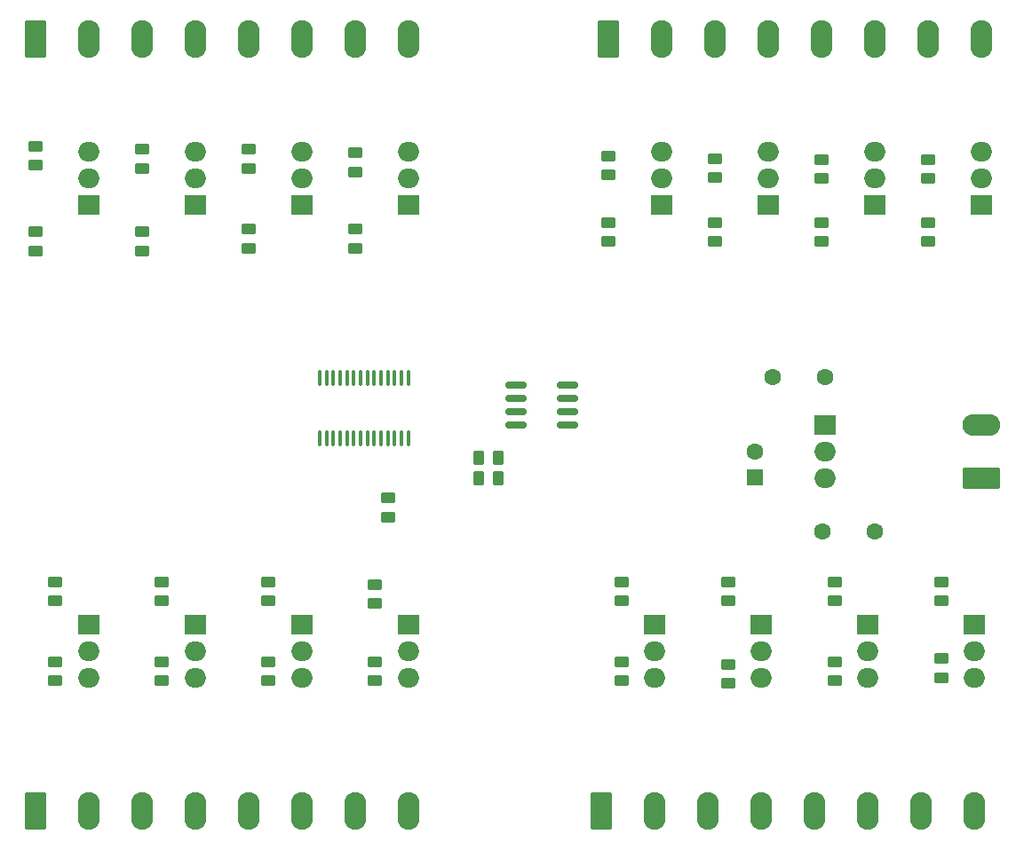
<source format=gbr>
%TF.GenerationSoftware,KiCad,Pcbnew,8.0.5*%
%TF.CreationDate,2024-10-15T20:37:23+02:00*%
%TF.ProjectId,LED_16x24V_REG4_VERSION_B,4c45445f-3136-4783-9234-565f52454734,rev?*%
%TF.SameCoordinates,Original*%
%TF.FileFunction,Soldermask,Top*%
%TF.FilePolarity,Negative*%
%FSLAX46Y46*%
G04 Gerber Fmt 4.6, Leading zero omitted, Abs format (unit mm)*
G04 Created by KiCad (PCBNEW 8.0.5) date 2024-10-15 20:37:23*
%MOMM*%
%LPD*%
G01*
G04 APERTURE LIST*
G04 Aperture macros list*
%AMRoundRect*
0 Rectangle with rounded corners*
0 $1 Rounding radius*
0 $2 $3 $4 $5 $6 $7 $8 $9 X,Y pos of 4 corners*
0 Add a 4 corners polygon primitive as box body*
4,1,4,$2,$3,$4,$5,$6,$7,$8,$9,$2,$3,0*
0 Add four circle primitives for the rounded corners*
1,1,$1+$1,$2,$3*
1,1,$1+$1,$4,$5*
1,1,$1+$1,$6,$7*
1,1,$1+$1,$8,$9*
0 Add four rect primitives between the rounded corners*
20,1,$1+$1,$2,$3,$4,$5,0*
20,1,$1+$1,$4,$5,$6,$7,0*
20,1,$1+$1,$6,$7,$8,$9,0*
20,1,$1+$1,$8,$9,$2,$3,0*%
G04 Aperture macros list end*
%ADD10RoundRect,0.250000X-0.450000X0.262500X-0.450000X-0.262500X0.450000X-0.262500X0.450000X0.262500X0*%
%ADD11RoundRect,0.250000X0.450000X-0.262500X0.450000X0.262500X-0.450000X0.262500X-0.450000X-0.262500X0*%
%ADD12R,1.600000X1.600000*%
%ADD13C,1.600000*%
%ADD14RoundRect,0.249999X-0.790001X-1.550001X0.790001X-1.550001X0.790001X1.550001X-0.790001X1.550001X0*%
%ADD15O,2.080000X3.600000*%
%ADD16RoundRect,0.249999X1.550001X-0.790001X1.550001X0.790001X-1.550001X0.790001X-1.550001X-0.790001X0*%
%ADD17O,3.600000X2.080000*%
%ADD18R,2.000000X1.905000*%
%ADD19O,2.000000X1.905000*%
%ADD20RoundRect,0.250000X0.262500X0.450000X-0.262500X0.450000X-0.262500X-0.450000X0.262500X-0.450000X0*%
%ADD21RoundRect,0.100000X-0.100000X0.637500X-0.100000X-0.637500X0.100000X-0.637500X0.100000X0.637500X0*%
%ADD22RoundRect,0.150000X0.825000X0.150000X-0.825000X0.150000X-0.825000X-0.150000X0.825000X-0.150000X0*%
G04 APERTURE END LIST*
D10*
%TO.C,R81*%
X102870000Y-83185000D03*
X102870000Y-85010000D03*
%TD*%
D11*
%TO.C,R141*%
X168910000Y-118387500D03*
X168910000Y-116562500D03*
%TD*%
D10*
%TO.C,R71*%
X113030000Y-83185000D03*
X113030000Y-85010000D03*
%TD*%
D11*
%TO.C,R12*%
X187960000Y-78105000D03*
X187960000Y-76280000D03*
%TD*%
D10*
%TO.C,R31*%
X167640000Y-82272500D03*
X167640000Y-84097500D03*
%TD*%
D12*
%TO.C,C3*%
X171450000Y-106640000D03*
D13*
X171450000Y-104140000D03*
%TD*%
D14*
%TO.C,J4*%
X156845000Y-138430000D03*
D15*
X161925000Y-138430000D03*
X167005000Y-138430000D03*
X172085000Y-138430000D03*
X177165000Y-138430000D03*
X182245000Y-138430000D03*
X187325000Y-138430000D03*
X192405000Y-138430000D03*
%TD*%
D10*
%TO.C,R142*%
X168910000Y-124460000D03*
X168910000Y-126285000D03*
%TD*%
D16*
%TO.C,J5*%
X193040000Y-106680000D03*
D17*
X193040000Y-101600000D03*
%TD*%
D11*
%TO.C,R101*%
X114935000Y-118387500D03*
X114935000Y-116562500D03*
%TD*%
D14*
%TO.C,J1*%
X157480000Y-64770000D03*
D15*
X162560000Y-64770000D03*
X167640000Y-64770000D03*
X172720000Y-64770000D03*
X177800000Y-64770000D03*
X182880000Y-64770000D03*
X187960000Y-64770000D03*
X193040000Y-64770000D03*
%TD*%
D18*
%TO.C,Q16*%
X192405000Y-120650000D03*
D19*
X192405000Y-123190000D03*
X192405000Y-125730000D03*
%TD*%
D14*
%TO.C,J3*%
X102870000Y-138430000D03*
D15*
X107950000Y-138430000D03*
X113030000Y-138430000D03*
X118110000Y-138430000D03*
X123190000Y-138430000D03*
X128270000Y-138430000D03*
X133350000Y-138430000D03*
X138430000Y-138430000D03*
%TD*%
D11*
%TO.C,R111*%
X125095000Y-118387500D03*
X125095000Y-116562500D03*
%TD*%
%TO.C,R161*%
X189230000Y-118387500D03*
X189230000Y-116562500D03*
%TD*%
%TO.C,R42*%
X157480000Y-77747500D03*
X157480000Y-75922500D03*
%TD*%
%TO.C,R52*%
X133350000Y-77470000D03*
X133350000Y-75645000D03*
%TD*%
D18*
%TO.C,Q11*%
X128270000Y-120650000D03*
D19*
X128270000Y-123190000D03*
X128270000Y-125730000D03*
%TD*%
D18*
%TO.C,Q7*%
X118110000Y-80645000D03*
D19*
X118110000Y-78105000D03*
X118110000Y-75565000D03*
%TD*%
D11*
%TO.C,R151*%
X179070000Y-118387500D03*
X179070000Y-116562500D03*
%TD*%
D10*
%TO.C,R162*%
X189230000Y-123905000D03*
X189230000Y-125730000D03*
%TD*%
%TO.C,R122*%
X135255000Y-124182500D03*
X135255000Y-126007500D03*
%TD*%
%TO.C,R112*%
X125095000Y-124182500D03*
X125095000Y-126007500D03*
%TD*%
%TO.C,R41*%
X157480000Y-82272500D03*
X157480000Y-84097500D03*
%TD*%
D18*
%TO.C,Q6*%
X128270000Y-80645000D03*
D19*
X128270000Y-78105000D03*
X128270000Y-75565000D03*
%TD*%
D10*
%TO.C,R132*%
X158750000Y-124182500D03*
X158750000Y-126007500D03*
%TD*%
D18*
%TO.C,Q5*%
X138430000Y-80645000D03*
D19*
X138430000Y-78105000D03*
X138430000Y-75565000D03*
%TD*%
D11*
%TO.C,R72*%
X113030000Y-77112500D03*
X113030000Y-75287500D03*
%TD*%
D20*
%TO.C,R3*%
X146962500Y-106680000D03*
X145137500Y-106680000D03*
%TD*%
D10*
%TO.C,R152*%
X179070000Y-124182500D03*
X179070000Y-126007500D03*
%TD*%
D11*
%TO.C,R62*%
X123190000Y-77112500D03*
X123190000Y-75287500D03*
%TD*%
D14*
%TO.C,J2*%
X102870000Y-64770000D03*
D15*
X107950000Y-64770000D03*
X113030000Y-64770000D03*
X118110000Y-64770000D03*
X123190000Y-64770000D03*
X128270000Y-64770000D03*
X133350000Y-64770000D03*
X138430000Y-64770000D03*
%TD*%
D10*
%TO.C,R11*%
X187960000Y-82272500D03*
X187960000Y-84097500D03*
%TD*%
D18*
%TO.C,Q1*%
X193040000Y-80645000D03*
D19*
X193040000Y-78105000D03*
X193040000Y-75565000D03*
%TD*%
D18*
%TO.C,Q8*%
X107950000Y-80645000D03*
D19*
X107950000Y-78105000D03*
X107950000Y-75565000D03*
%TD*%
D10*
%TO.C,R102*%
X114935000Y-124182500D03*
X114935000Y-126007500D03*
%TD*%
D11*
%TO.C,R121*%
X135255000Y-118665000D03*
X135255000Y-116840000D03*
%TD*%
D21*
%TO.C,U100*%
X138430000Y-97155000D03*
X137780000Y-97155000D03*
X137130000Y-97155000D03*
X136480000Y-97155000D03*
X135830000Y-97155000D03*
X135180000Y-97155000D03*
X134530000Y-97155000D03*
X133880000Y-97155000D03*
X133230000Y-97155000D03*
X132580000Y-97155000D03*
X131930000Y-97155000D03*
X131280000Y-97155000D03*
X130630000Y-97155000D03*
X129980000Y-97155000D03*
X129980000Y-102880000D03*
X130630000Y-102880000D03*
X131280000Y-102880000D03*
X131930000Y-102880000D03*
X132580000Y-102880000D03*
X133230000Y-102880000D03*
X133880000Y-102880000D03*
X134530000Y-102880000D03*
X135180000Y-102880000D03*
X135830000Y-102880000D03*
X136480000Y-102880000D03*
X137130000Y-102880000D03*
X137780000Y-102880000D03*
X138430000Y-102880000D03*
%TD*%
D10*
%TO.C,R51*%
X133350000Y-82907500D03*
X133350000Y-84732500D03*
%TD*%
%TO.C,R92*%
X104775000Y-124182500D03*
X104775000Y-126007500D03*
%TD*%
D18*
%TO.C,Q4*%
X162560000Y-80645000D03*
D19*
X162560000Y-78105000D03*
X162560000Y-75565000D03*
%TD*%
D10*
%TO.C,R21*%
X177800000Y-82272500D03*
X177800000Y-84097500D03*
%TD*%
%TO.C,R1*%
X136525000Y-108585000D03*
X136525000Y-110410000D03*
%TD*%
D18*
%TO.C,Q10*%
X118110000Y-120650000D03*
D19*
X118110000Y-123190000D03*
X118110000Y-125730000D03*
%TD*%
D18*
%TO.C,Q14*%
X172085000Y-120650000D03*
D19*
X172085000Y-123190000D03*
X172085000Y-125730000D03*
%TD*%
D11*
%TO.C,R32*%
X167640000Y-78025000D03*
X167640000Y-76200000D03*
%TD*%
D18*
%TO.C,Q9*%
X107950000Y-120650000D03*
D19*
X107950000Y-123190000D03*
X107950000Y-125730000D03*
%TD*%
D18*
%TO.C,Q12*%
X138430000Y-120650000D03*
D19*
X138430000Y-123190000D03*
X138430000Y-125730000D03*
%TD*%
D20*
%TO.C,R2*%
X146962500Y-104775000D03*
X145137500Y-104775000D03*
%TD*%
D18*
%TO.C,Q2*%
X182880000Y-80645000D03*
D19*
X182880000Y-78105000D03*
X182880000Y-75565000D03*
%TD*%
D13*
%TO.C,C2*%
X178132176Y-97007930D03*
X173132176Y-97007930D03*
%TD*%
D11*
%TO.C,R131*%
X158750000Y-118387500D03*
X158750000Y-116562500D03*
%TD*%
D18*
%TO.C,Q15*%
X182245000Y-120650000D03*
D19*
X182245000Y-123190000D03*
X182245000Y-125730000D03*
%TD*%
D18*
%TO.C,U2*%
X178125000Y-101600000D03*
D19*
X178125000Y-104140000D03*
X178125000Y-106680000D03*
%TD*%
D18*
%TO.C,Q3*%
X172720000Y-80645000D03*
D19*
X172720000Y-78105000D03*
X172720000Y-75565000D03*
%TD*%
D18*
%TO.C,Q13*%
X161925000Y-120650000D03*
D19*
X161925000Y-123190000D03*
X161925000Y-125730000D03*
%TD*%
D22*
%TO.C,U1*%
X153605000Y-101600000D03*
X153605000Y-100330000D03*
X153605000Y-99060000D03*
X153605000Y-97790000D03*
X148655000Y-97790000D03*
X148655000Y-99060000D03*
X148655000Y-100330000D03*
X148655000Y-101600000D03*
%TD*%
D11*
%TO.C,R82*%
X102870000Y-76835000D03*
X102870000Y-75010000D03*
%TD*%
D13*
%TO.C,C1*%
X182880000Y-111760000D03*
X177880000Y-111760000D03*
%TD*%
D11*
%TO.C,R91*%
X104775000Y-118387500D03*
X104775000Y-116562500D03*
%TD*%
D10*
%TO.C,R61*%
X123190000Y-82907500D03*
X123190000Y-84732500D03*
%TD*%
D11*
%TO.C,R22*%
X177800000Y-78105000D03*
X177800000Y-76280000D03*
%TD*%
M02*

</source>
